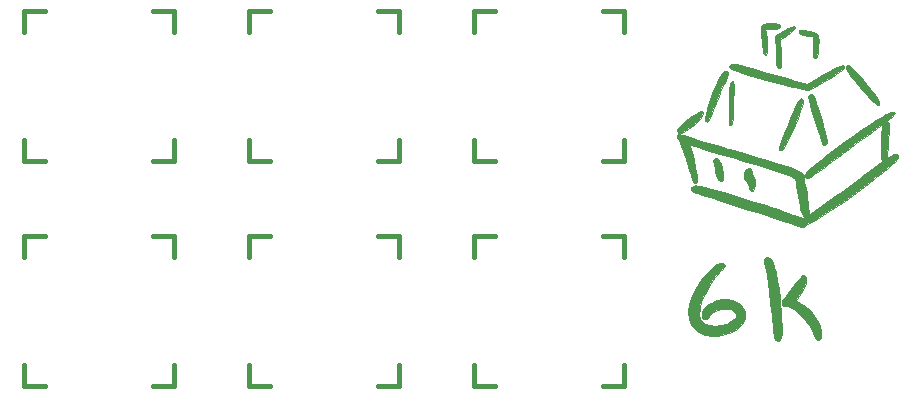
<source format=gto>
%TF.GenerationSoftware,KiCad,Pcbnew,(5.1.6)-1*%
%TF.CreationDate,2020-07-25T03:11:20-04:00*%
%TF.ProjectId,myfirstKeyboard,6d796669-7273-4744-9b65-79626f617264,rev?*%
%TF.SameCoordinates,Original*%
%TF.FileFunction,Legend,Top*%
%TF.FilePolarity,Positive*%
%FSLAX46Y46*%
G04 Gerber Fmt 4.6, Leading zero omitted, Abs format (unit mm)*
G04 Created by KiCad (PCBNEW (5.1.6)-1) date 2020-07-25 03:11:20*
%MOMM*%
%LPD*%
G01*
G04 APERTURE LIST*
%ADD10C,0.010000*%
%ADD11C,0.381000*%
%ADD12C,0.150000*%
G04 APERTURE END LIST*
D10*
%TO.C,*%
G36*
X145479335Y-111323606D02*
G01*
X145571515Y-111517292D01*
X145570167Y-111801360D01*
X145544053Y-111921708D01*
X145460335Y-112134184D01*
X145315034Y-112416890D01*
X145135916Y-112724286D01*
X144950748Y-113010835D01*
X144787296Y-113230997D01*
X144682944Y-113333990D01*
X144705347Y-113393539D01*
X144850395Y-113493934D01*
X145028112Y-113585349D01*
X145503627Y-113881410D01*
X145953515Y-114299159D01*
X146346611Y-114797240D01*
X146651750Y-115334297D01*
X146837769Y-115868975D01*
X146865871Y-116024069D01*
X146871290Y-116330059D01*
X146809936Y-116572081D01*
X146700777Y-116723972D01*
X146562783Y-116759566D01*
X146414923Y-116652699D01*
X146412435Y-116649500D01*
X146333641Y-116509688D01*
X146230188Y-116280587D01*
X146186387Y-116172086D01*
X145872718Y-115565679D01*
X145397008Y-114939102D01*
X144764433Y-114298849D01*
X144526000Y-114088961D01*
X144248231Y-113903478D01*
X143959694Y-113837165D01*
X143891000Y-113835243D01*
X143670300Y-113821744D01*
X143566527Y-113761702D01*
X143527922Y-113623411D01*
X143526554Y-113611978D01*
X143554596Y-113417663D01*
X143692854Y-113179949D01*
X143840612Y-112996973D01*
X144047341Y-112746040D01*
X144306592Y-112414278D01*
X144573577Y-112059438D01*
X144669480Y-111928160D01*
X144910353Y-111615307D01*
X145116455Y-111386029D01*
X145264775Y-111264806D01*
X145304943Y-111252000D01*
X145479335Y-111323606D01*
G37*
X145479335Y-111323606D02*
X145571515Y-111517292D01*
X145570167Y-111801360D01*
X145544053Y-111921708D01*
X145460335Y-112134184D01*
X145315034Y-112416890D01*
X145135916Y-112724286D01*
X144950748Y-113010835D01*
X144787296Y-113230997D01*
X144682944Y-113333990D01*
X144705347Y-113393539D01*
X144850395Y-113493934D01*
X145028112Y-113585349D01*
X145503627Y-113881410D01*
X145953515Y-114299159D01*
X146346611Y-114797240D01*
X146651750Y-115334297D01*
X146837769Y-115868975D01*
X146865871Y-116024069D01*
X146871290Y-116330059D01*
X146809936Y-116572081D01*
X146700777Y-116723972D01*
X146562783Y-116759566D01*
X146414923Y-116652699D01*
X146412435Y-116649500D01*
X146333641Y-116509688D01*
X146230188Y-116280587D01*
X146186387Y-116172086D01*
X145872718Y-115565679D01*
X145397008Y-114939102D01*
X144764433Y-114298849D01*
X144526000Y-114088961D01*
X144248231Y-113903478D01*
X143959694Y-113837165D01*
X143891000Y-113835243D01*
X143670300Y-113821744D01*
X143566527Y-113761702D01*
X143527922Y-113623411D01*
X143526554Y-113611978D01*
X143554596Y-113417663D01*
X143692854Y-113179949D01*
X143840612Y-112996973D01*
X144047341Y-112746040D01*
X144306592Y-112414278D01*
X144573577Y-112059438D01*
X144669480Y-111928160D01*
X144910353Y-111615307D01*
X145116455Y-111386029D01*
X145264775Y-111264806D01*
X145304943Y-111252000D01*
X145479335Y-111323606D01*
G36*
X138663962Y-110264343D02*
G01*
X138723780Y-110344828D01*
X138717857Y-110434609D01*
X138629507Y-110567553D01*
X138442045Y-110777527D01*
X138376989Y-110846820D01*
X137907221Y-111401826D01*
X137472712Y-112022368D01*
X137095817Y-112668847D01*
X136798891Y-113301662D01*
X136604287Y-113881214D01*
X136566239Y-114054528D01*
X136524046Y-114545358D01*
X136603299Y-114926034D01*
X136808365Y-115208737D01*
X137033000Y-115356796D01*
X137433968Y-115482873D01*
X137904233Y-115518964D01*
X138396058Y-115472696D01*
X138861707Y-115351697D01*
X139253444Y-115163594D01*
X139485833Y-114964863D01*
X139644661Y-114754677D01*
X139684245Y-114605495D01*
X139605705Y-114459209D01*
X139497792Y-114344095D01*
X139193546Y-114150998D01*
X138812379Y-114068932D01*
X138397523Y-114089608D01*
X137992212Y-114204741D01*
X137639678Y-114406041D01*
X137383154Y-114685222D01*
X137343508Y-114757063D01*
X137196838Y-114923089D01*
X137012702Y-114975478D01*
X136846244Y-114916203D01*
X136752604Y-114747232D01*
X136750816Y-114735888D01*
X136779753Y-114366596D01*
X136964343Y-114023347D01*
X137291197Y-113722288D01*
X137746923Y-113479572D01*
X137814133Y-113453446D01*
X138415772Y-113302621D01*
X138996392Y-113299795D01*
X139530378Y-113441924D01*
X139973105Y-113710058D01*
X140276211Y-114044116D01*
X140426261Y-114403643D01*
X140434590Y-114773495D01*
X140312533Y-115138528D01*
X140071427Y-115483601D01*
X139722606Y-115793570D01*
X139277406Y-116053291D01*
X138747162Y-116247622D01*
X138143209Y-116361419D01*
X137977668Y-116375804D01*
X137524810Y-116380370D01*
X137122284Y-116337745D01*
X136985484Y-116306542D01*
X136457499Y-116083250D01*
X136054944Y-115746690D01*
X135774124Y-115292942D01*
X135643078Y-114881919D01*
X135604530Y-114374363D01*
X135686117Y-113792812D01*
X135873926Y-113166736D01*
X136154047Y-112525606D01*
X136512566Y-111898892D01*
X136935573Y-111316066D01*
X137409154Y-110806598D01*
X137675340Y-110576842D01*
X138041122Y-110316984D01*
X138322260Y-110187784D01*
X138535191Y-110184046D01*
X138663962Y-110264343D01*
G37*
X138663962Y-110264343D02*
X138723780Y-110344828D01*
X138717857Y-110434609D01*
X138629507Y-110567553D01*
X138442045Y-110777527D01*
X138376989Y-110846820D01*
X137907221Y-111401826D01*
X137472712Y-112022368D01*
X137095817Y-112668847D01*
X136798891Y-113301662D01*
X136604287Y-113881214D01*
X136566239Y-114054528D01*
X136524046Y-114545358D01*
X136603299Y-114926034D01*
X136808365Y-115208737D01*
X137033000Y-115356796D01*
X137433968Y-115482873D01*
X137904233Y-115518964D01*
X138396058Y-115472696D01*
X138861707Y-115351697D01*
X139253444Y-115163594D01*
X139485833Y-114964863D01*
X139644661Y-114754677D01*
X139684245Y-114605495D01*
X139605705Y-114459209D01*
X139497792Y-114344095D01*
X139193546Y-114150998D01*
X138812379Y-114068932D01*
X138397523Y-114089608D01*
X137992212Y-114204741D01*
X137639678Y-114406041D01*
X137383154Y-114685222D01*
X137343508Y-114757063D01*
X137196838Y-114923089D01*
X137012702Y-114975478D01*
X136846244Y-114916203D01*
X136752604Y-114747232D01*
X136750816Y-114735888D01*
X136779753Y-114366596D01*
X136964343Y-114023347D01*
X137291197Y-113722288D01*
X137746923Y-113479572D01*
X137814133Y-113453446D01*
X138415772Y-113302621D01*
X138996392Y-113299795D01*
X139530378Y-113441924D01*
X139973105Y-113710058D01*
X140276211Y-114044116D01*
X140426261Y-114403643D01*
X140434590Y-114773495D01*
X140312533Y-115138528D01*
X140071427Y-115483601D01*
X139722606Y-115793570D01*
X139277406Y-116053291D01*
X138747162Y-116247622D01*
X138143209Y-116361419D01*
X137977668Y-116375804D01*
X137524810Y-116380370D01*
X137122284Y-116337745D01*
X136985484Y-116306542D01*
X136457499Y-116083250D01*
X136054944Y-115746690D01*
X135774124Y-115292942D01*
X135643078Y-114881919D01*
X135604530Y-114374363D01*
X135686117Y-113792812D01*
X135873926Y-113166736D01*
X136154047Y-112525606D01*
X136512566Y-111898892D01*
X136935573Y-111316066D01*
X137409154Y-110806598D01*
X137675340Y-110576842D01*
X138041122Y-110316984D01*
X138322260Y-110187784D01*
X138535191Y-110184046D01*
X138663962Y-110264343D01*
G36*
X142456025Y-109771494D02*
G01*
X142603547Y-109910032D01*
X142739345Y-110155693D01*
X142867563Y-110520559D01*
X142992343Y-111016708D01*
X143117827Y-111656222D01*
X143248160Y-112451180D01*
X143265338Y-112564333D01*
X143330047Y-113066116D01*
X143391056Y-113669042D01*
X143442349Y-114304936D01*
X143477912Y-114905623D01*
X143483406Y-115036122D01*
X143501325Y-115560413D01*
X143507987Y-115943729D01*
X143501810Y-116214151D01*
X143481210Y-116399761D01*
X143444602Y-116528640D01*
X143393872Y-116623622D01*
X143260735Y-116793392D01*
X143147906Y-116829460D01*
X143038157Y-116775203D01*
X142979097Y-116720989D01*
X142929464Y-116633172D01*
X142885308Y-116490282D01*
X142842677Y-116270849D01*
X142797622Y-115953401D01*
X142746191Y-115516468D01*
X142684434Y-114938579D01*
X142664108Y-114742323D01*
X142546133Y-113632673D01*
X142437733Y-112685872D01*
X142338100Y-111895750D01*
X142246425Y-111256142D01*
X142161903Y-110760879D01*
X142110430Y-110513503D01*
X142040797Y-110140055D01*
X142041047Y-109900088D01*
X142116532Y-109770530D01*
X142272604Y-109728307D01*
X142292636Y-109728000D01*
X142456025Y-109771494D01*
G37*
X142456025Y-109771494D02*
X142603547Y-109910032D01*
X142739345Y-110155693D01*
X142867563Y-110520559D01*
X142992343Y-111016708D01*
X143117827Y-111656222D01*
X143248160Y-112451180D01*
X143265338Y-112564333D01*
X143330047Y-113066116D01*
X143391056Y-113669042D01*
X143442349Y-114304936D01*
X143477912Y-114905623D01*
X143483406Y-115036122D01*
X143501325Y-115560413D01*
X143507987Y-115943729D01*
X143501810Y-116214151D01*
X143481210Y-116399761D01*
X143444602Y-116528640D01*
X143393872Y-116623622D01*
X143260735Y-116793392D01*
X143147906Y-116829460D01*
X143038157Y-116775203D01*
X142979097Y-116720989D01*
X142929464Y-116633172D01*
X142885308Y-116490282D01*
X142842677Y-116270849D01*
X142797622Y-115953401D01*
X142746191Y-115516468D01*
X142684434Y-114938579D01*
X142664108Y-114742323D01*
X142546133Y-113632673D01*
X142437733Y-112685872D01*
X142338100Y-111895750D01*
X142246425Y-111256142D01*
X142161903Y-110760879D01*
X142110430Y-110513503D01*
X142040797Y-110140055D01*
X142041047Y-109900088D01*
X142116532Y-109770530D01*
X142272604Y-109728307D01*
X142292636Y-109728000D01*
X142456025Y-109771494D01*
G36*
X153079909Y-97484802D02*
G01*
X153038163Y-97637069D01*
X152847509Y-97848445D01*
X152686306Y-97975239D01*
X152464822Y-98151837D01*
X152394861Y-98255146D01*
X152428328Y-98282275D01*
X152562921Y-98377321D01*
X152611996Y-98468373D01*
X152618714Y-98596197D01*
X152609010Y-98854935D01*
X152586163Y-99208919D01*
X152553449Y-99622480D01*
X152514147Y-100059950D01*
X152471533Y-100485660D01*
X152428885Y-100863941D01*
X152389480Y-101159126D01*
X152356596Y-101335544D01*
X152345822Y-101365163D01*
X152388548Y-101359309D01*
X152539483Y-101279801D01*
X152732485Y-101164356D01*
X152985553Y-101017892D01*
X153144859Y-100960812D01*
X153252301Y-100981162D01*
X153287423Y-101006024D01*
X153387139Y-101120799D01*
X153392749Y-101246605D01*
X153292318Y-101411179D01*
X153073907Y-101642258D01*
X152971500Y-101740104D01*
X152589494Y-102080824D01*
X152102376Y-102485523D01*
X151531496Y-102938812D01*
X150898201Y-103425302D01*
X150223840Y-103929604D01*
X149529762Y-104436329D01*
X148837315Y-104930087D01*
X148167849Y-105395489D01*
X147542711Y-105817147D01*
X146983251Y-106179671D01*
X146510818Y-106467672D01*
X146146758Y-106665761D01*
X146121299Y-106678052D01*
X145842283Y-106822578D01*
X145611124Y-106962717D01*
X145501418Y-107047152D01*
X145409244Y-107128811D01*
X145312630Y-107167809D01*
X145176601Y-107160021D01*
X144966181Y-107101322D01*
X144646391Y-106987586D01*
X144483666Y-106927119D01*
X144257902Y-106847614D01*
X143891463Y-106724312D01*
X143405299Y-106563919D01*
X142820359Y-106373146D01*
X142157594Y-106158699D01*
X141437955Y-105927288D01*
X140682392Y-105685619D01*
X139911854Y-105440403D01*
X139147292Y-105198346D01*
X138409657Y-104966157D01*
X137719898Y-104750545D01*
X137098966Y-104558217D01*
X136779564Y-104460269D01*
X136324566Y-104311822D01*
X136019969Y-104184930D01*
X135850313Y-104067024D01*
X135800142Y-103945536D01*
X135853995Y-103807897D01*
X135900892Y-103745875D01*
X136039555Y-103659435D01*
X136273202Y-103652406D01*
X136352383Y-103662057D01*
X136627052Y-103715446D01*
X137039825Y-103815283D01*
X137568061Y-103954775D01*
X138189116Y-104127131D01*
X138880349Y-104325558D01*
X139619117Y-104543266D01*
X140382779Y-104773463D01*
X141148691Y-105009357D01*
X141894213Y-105244156D01*
X142596701Y-105471070D01*
X143233514Y-105683305D01*
X143782009Y-105874071D01*
X144037382Y-105967212D01*
X144446338Y-106117369D01*
X144814486Y-106248317D01*
X145104084Y-106346917D01*
X145277389Y-106400029D01*
X145288000Y-106402591D01*
X145433580Y-106427212D01*
X145434744Y-106379642D01*
X145362204Y-106290150D01*
X145242139Y-106098893D01*
X145135226Y-105849795D01*
X145128270Y-105828727D01*
X145085708Y-105653458D01*
X145025453Y-105350714D01*
X144954247Y-104960580D01*
X144878827Y-104523141D01*
X144805934Y-104078484D01*
X144742307Y-103666695D01*
X144694686Y-103327859D01*
X144669810Y-103102063D01*
X144669786Y-103101734D01*
X144637407Y-103047347D01*
X144540671Y-102979921D01*
X144369608Y-102896076D01*
X144114243Y-102792429D01*
X143764607Y-102665598D01*
X143310727Y-102512200D01*
X142742630Y-102328853D01*
X142050345Y-102112176D01*
X141223901Y-101858786D01*
X140253324Y-101565301D01*
X139276666Y-101272555D01*
X138596796Y-101068794D01*
X137954228Y-100875077D01*
X137370630Y-100698021D01*
X136867669Y-100544245D01*
X136467013Y-100420367D01*
X136190330Y-100333005D01*
X136075417Y-100294790D01*
X135854813Y-100220685D01*
X135755769Y-100209067D01*
X135741753Y-100261758D01*
X135754610Y-100310795D01*
X135904869Y-100849138D01*
X136059374Y-101470628D01*
X136197876Y-102090859D01*
X136273348Y-102472987D01*
X136337522Y-102858283D01*
X136361493Y-103112167D01*
X136346606Y-103267384D01*
X136309055Y-103340820D01*
X136227202Y-103425802D01*
X136153107Y-103458568D01*
X136079681Y-103424296D01*
X135999836Y-103308164D01*
X135906482Y-103095350D01*
X135792530Y-102771030D01*
X135650891Y-102320384D01*
X135474477Y-101728587D01*
X135374278Y-101386315D01*
X135180894Y-100746608D01*
X135020266Y-100266318D01*
X134890082Y-99939203D01*
X134788031Y-99759018D01*
X134761739Y-99732014D01*
X134650107Y-99571069D01*
X134662566Y-99414813D01*
X134786842Y-99321264D01*
X134850176Y-99314042D01*
X135009527Y-99343109D01*
X135261258Y-99417980D01*
X135461655Y-99489169D01*
X135645974Y-99551798D01*
X135972152Y-99654609D01*
X136419217Y-99791311D01*
X136966199Y-99955610D01*
X137592124Y-100141214D01*
X138276022Y-100341829D01*
X138996922Y-100551164D01*
X139102322Y-100581592D01*
X140305452Y-100930660D01*
X141353978Y-101239286D01*
X142256998Y-101510328D01*
X143023612Y-101746641D01*
X143662919Y-101951083D01*
X144184018Y-102126512D01*
X144596007Y-102275783D01*
X144907988Y-102401754D01*
X144929811Y-102411313D01*
X145186175Y-102535066D01*
X145319493Y-102639236D01*
X145366559Y-102760140D01*
X145369071Y-102844901D01*
X145386184Y-103055890D01*
X145437564Y-103354323D01*
X145491027Y-103589666D01*
X145552305Y-103882788D01*
X145619512Y-104287389D01*
X145683816Y-104746261D01*
X145729100Y-105131556D01*
X145838333Y-106165445D01*
X147447000Y-104987996D01*
X148032600Y-104559473D01*
X148693020Y-104076369D01*
X149375433Y-103577315D01*
X150027014Y-103100943D01*
X150594939Y-102685884D01*
X150596265Y-102684916D01*
X151128005Y-102292117D01*
X151528042Y-101986321D01*
X151805221Y-101760079D01*
X151968383Y-101605946D01*
X152026374Y-101516474D01*
X152014431Y-101490768D01*
X151960776Y-101425624D01*
X151925279Y-101284104D01*
X151905198Y-101040215D01*
X151897790Y-100667964D01*
X151898180Y-100389292D01*
X151905954Y-99937860D01*
X151922319Y-99502075D01*
X151944762Y-99135639D01*
X151967057Y-98916595D01*
X151993871Y-98646442D01*
X151974047Y-98530275D01*
X151939710Y-98530627D01*
X151803124Y-98621974D01*
X151551023Y-98800015D01*
X151203467Y-99049991D01*
X150780518Y-99357143D01*
X150302235Y-99706710D01*
X149788679Y-100083934D01*
X149259912Y-100474054D01*
X148735993Y-100862312D01*
X148236983Y-101233947D01*
X147782944Y-101574200D01*
X147393935Y-101868312D01*
X147162319Y-102045574D01*
X146649183Y-102434716D01*
X146250179Y-102719727D01*
X145951181Y-102907037D01*
X145738064Y-103003078D01*
X145596703Y-103014279D01*
X145512972Y-102947073D01*
X145473644Y-102814384D01*
X145493062Y-102708444D01*
X145589437Y-102566628D01*
X145779694Y-102370400D01*
X146080752Y-102101225D01*
X146276889Y-101934525D01*
X146824182Y-101486574D01*
X147445037Y-100999248D01*
X148117055Y-100488461D01*
X148817840Y-99970127D01*
X149524994Y-99460162D01*
X150216121Y-98974478D01*
X150868823Y-98528990D01*
X151460703Y-98139612D01*
X151969363Y-97822259D01*
X152372406Y-97592845D01*
X152426813Y-97564745D01*
X152762723Y-97430430D01*
X152984259Y-97409853D01*
X153079909Y-97484802D01*
G37*
X153079909Y-97484802D02*
X153038163Y-97637069D01*
X152847509Y-97848445D01*
X152686306Y-97975239D01*
X152464822Y-98151837D01*
X152394861Y-98255146D01*
X152428328Y-98282275D01*
X152562921Y-98377321D01*
X152611996Y-98468373D01*
X152618714Y-98596197D01*
X152609010Y-98854935D01*
X152586163Y-99208919D01*
X152553449Y-99622480D01*
X152514147Y-100059950D01*
X152471533Y-100485660D01*
X152428885Y-100863941D01*
X152389480Y-101159126D01*
X152356596Y-101335544D01*
X152345822Y-101365163D01*
X152388548Y-101359309D01*
X152539483Y-101279801D01*
X152732485Y-101164356D01*
X152985553Y-101017892D01*
X153144859Y-100960812D01*
X153252301Y-100981162D01*
X153287423Y-101006024D01*
X153387139Y-101120799D01*
X153392749Y-101246605D01*
X153292318Y-101411179D01*
X153073907Y-101642258D01*
X152971500Y-101740104D01*
X152589494Y-102080824D01*
X152102376Y-102485523D01*
X151531496Y-102938812D01*
X150898201Y-103425302D01*
X150223840Y-103929604D01*
X149529762Y-104436329D01*
X148837315Y-104930087D01*
X148167849Y-105395489D01*
X147542711Y-105817147D01*
X146983251Y-106179671D01*
X146510818Y-106467672D01*
X146146758Y-106665761D01*
X146121299Y-106678052D01*
X145842283Y-106822578D01*
X145611124Y-106962717D01*
X145501418Y-107047152D01*
X145409244Y-107128811D01*
X145312630Y-107167809D01*
X145176601Y-107160021D01*
X144966181Y-107101322D01*
X144646391Y-106987586D01*
X144483666Y-106927119D01*
X144257902Y-106847614D01*
X143891463Y-106724312D01*
X143405299Y-106563919D01*
X142820359Y-106373146D01*
X142157594Y-106158699D01*
X141437955Y-105927288D01*
X140682392Y-105685619D01*
X139911854Y-105440403D01*
X139147292Y-105198346D01*
X138409657Y-104966157D01*
X137719898Y-104750545D01*
X137098966Y-104558217D01*
X136779564Y-104460269D01*
X136324566Y-104311822D01*
X136019969Y-104184930D01*
X135850313Y-104067024D01*
X135800142Y-103945536D01*
X135853995Y-103807897D01*
X135900892Y-103745875D01*
X136039555Y-103659435D01*
X136273202Y-103652406D01*
X136352383Y-103662057D01*
X136627052Y-103715446D01*
X137039825Y-103815283D01*
X137568061Y-103954775D01*
X138189116Y-104127131D01*
X138880349Y-104325558D01*
X139619117Y-104543266D01*
X140382779Y-104773463D01*
X141148691Y-105009357D01*
X141894213Y-105244156D01*
X142596701Y-105471070D01*
X143233514Y-105683305D01*
X143782009Y-105874071D01*
X144037382Y-105967212D01*
X144446338Y-106117369D01*
X144814486Y-106248317D01*
X145104084Y-106346917D01*
X145277389Y-106400029D01*
X145288000Y-106402591D01*
X145433580Y-106427212D01*
X145434744Y-106379642D01*
X145362204Y-106290150D01*
X145242139Y-106098893D01*
X145135226Y-105849795D01*
X145128270Y-105828727D01*
X145085708Y-105653458D01*
X145025453Y-105350714D01*
X144954247Y-104960580D01*
X144878827Y-104523141D01*
X144805934Y-104078484D01*
X144742307Y-103666695D01*
X144694686Y-103327859D01*
X144669810Y-103102063D01*
X144669786Y-103101734D01*
X144637407Y-103047347D01*
X144540671Y-102979921D01*
X144369608Y-102896076D01*
X144114243Y-102792429D01*
X143764607Y-102665598D01*
X143310727Y-102512200D01*
X142742630Y-102328853D01*
X142050345Y-102112176D01*
X141223901Y-101858786D01*
X140253324Y-101565301D01*
X139276666Y-101272555D01*
X138596796Y-101068794D01*
X137954228Y-100875077D01*
X137370630Y-100698021D01*
X136867669Y-100544245D01*
X136467013Y-100420367D01*
X136190330Y-100333005D01*
X136075417Y-100294790D01*
X135854813Y-100220685D01*
X135755769Y-100209067D01*
X135741753Y-100261758D01*
X135754610Y-100310795D01*
X135904869Y-100849138D01*
X136059374Y-101470628D01*
X136197876Y-102090859D01*
X136273348Y-102472987D01*
X136337522Y-102858283D01*
X136361493Y-103112167D01*
X136346606Y-103267384D01*
X136309055Y-103340820D01*
X136227202Y-103425802D01*
X136153107Y-103458568D01*
X136079681Y-103424296D01*
X135999836Y-103308164D01*
X135906482Y-103095350D01*
X135792530Y-102771030D01*
X135650891Y-102320384D01*
X135474477Y-101728587D01*
X135374278Y-101386315D01*
X135180894Y-100746608D01*
X135020266Y-100266318D01*
X134890082Y-99939203D01*
X134788031Y-99759018D01*
X134761739Y-99732014D01*
X134650107Y-99571069D01*
X134662566Y-99414813D01*
X134786842Y-99321264D01*
X134850176Y-99314042D01*
X135009527Y-99343109D01*
X135261258Y-99417980D01*
X135461655Y-99489169D01*
X135645974Y-99551798D01*
X135972152Y-99654609D01*
X136419217Y-99791311D01*
X136966199Y-99955610D01*
X137592124Y-100141214D01*
X138276022Y-100341829D01*
X138996922Y-100551164D01*
X139102322Y-100581592D01*
X140305452Y-100930660D01*
X141353978Y-101239286D01*
X142256998Y-101510328D01*
X143023612Y-101746641D01*
X143662919Y-101951083D01*
X144184018Y-102126512D01*
X144596007Y-102275783D01*
X144907988Y-102401754D01*
X144929811Y-102411313D01*
X145186175Y-102535066D01*
X145319493Y-102639236D01*
X145366559Y-102760140D01*
X145369071Y-102844901D01*
X145386184Y-103055890D01*
X145437564Y-103354323D01*
X145491027Y-103589666D01*
X145552305Y-103882788D01*
X145619512Y-104287389D01*
X145683816Y-104746261D01*
X145729100Y-105131556D01*
X145838333Y-106165445D01*
X147447000Y-104987996D01*
X148032600Y-104559473D01*
X148693020Y-104076369D01*
X149375433Y-103577315D01*
X150027014Y-103100943D01*
X150594939Y-102685884D01*
X150596265Y-102684916D01*
X151128005Y-102292117D01*
X151528042Y-101986321D01*
X151805221Y-101760079D01*
X151968383Y-101605946D01*
X152026374Y-101516474D01*
X152014431Y-101490768D01*
X151960776Y-101425624D01*
X151925279Y-101284104D01*
X151905198Y-101040215D01*
X151897790Y-100667964D01*
X151898180Y-100389292D01*
X151905954Y-99937860D01*
X151922319Y-99502075D01*
X151944762Y-99135639D01*
X151967057Y-98916595D01*
X151993871Y-98646442D01*
X151974047Y-98530275D01*
X151939710Y-98530627D01*
X151803124Y-98621974D01*
X151551023Y-98800015D01*
X151203467Y-99049991D01*
X150780518Y-99357143D01*
X150302235Y-99706710D01*
X149788679Y-100083934D01*
X149259912Y-100474054D01*
X148735993Y-100862312D01*
X148236983Y-101233947D01*
X147782944Y-101574200D01*
X147393935Y-101868312D01*
X147162319Y-102045574D01*
X146649183Y-102434716D01*
X146250179Y-102719727D01*
X145951181Y-102907037D01*
X145738064Y-103003078D01*
X145596703Y-103014279D01*
X145512972Y-102947073D01*
X145473644Y-102814384D01*
X145493062Y-102708444D01*
X145589437Y-102566628D01*
X145779694Y-102370400D01*
X146080752Y-102101225D01*
X146276889Y-101934525D01*
X146824182Y-101486574D01*
X147445037Y-100999248D01*
X148117055Y-100488461D01*
X148817840Y-99970127D01*
X149524994Y-99460162D01*
X150216121Y-98974478D01*
X150868823Y-98528990D01*
X151460703Y-98139612D01*
X151969363Y-97822259D01*
X152372406Y-97592845D01*
X152426813Y-97564745D01*
X152762723Y-97430430D01*
X152984259Y-97409853D01*
X153079909Y-97484802D01*
G36*
X140910757Y-102292387D02*
G01*
X140970000Y-102489771D01*
X141020179Y-102708073D01*
X141141782Y-102939641D01*
X141150071Y-102951083D01*
X141270972Y-103167754D01*
X141287842Y-103397098D01*
X141269556Y-103517595D01*
X141177896Y-103881394D01*
X141068497Y-104080475D01*
X140937874Y-104118852D01*
X140817600Y-104038400D01*
X140738095Y-103878788D01*
X140716000Y-103725532D01*
X140658802Y-103525301D01*
X140518439Y-103309569D01*
X140491616Y-103280059D01*
X140351584Y-103111469D01*
X140306129Y-102956507D01*
X140334641Y-102733322D01*
X140343449Y-102691569D01*
X140421606Y-102450417D01*
X140524005Y-102279486D01*
X140556325Y-102251501D01*
X140756806Y-102201176D01*
X140910757Y-102292387D01*
G37*
X140910757Y-102292387D02*
X140970000Y-102489771D01*
X141020179Y-102708073D01*
X141141782Y-102939641D01*
X141150071Y-102951083D01*
X141270972Y-103167754D01*
X141287842Y-103397098D01*
X141269556Y-103517595D01*
X141177896Y-103881394D01*
X141068497Y-104080475D01*
X140937874Y-104118852D01*
X140817600Y-104038400D01*
X140738095Y-103878788D01*
X140716000Y-103725532D01*
X140658802Y-103525301D01*
X140518439Y-103309569D01*
X140491616Y-103280059D01*
X140351584Y-103111469D01*
X140306129Y-102956507D01*
X140334641Y-102733322D01*
X140343449Y-102691569D01*
X140421606Y-102450417D01*
X140524005Y-102279486D01*
X140556325Y-102251501D01*
X140756806Y-102201176D01*
X140910757Y-102292387D01*
G36*
X138099171Y-101377425D02*
G01*
X138260057Y-101630405D01*
X138330974Y-101796759D01*
X138458752Y-102192890D01*
X138531558Y-102558950D01*
X138552248Y-102872709D01*
X138523679Y-103111936D01*
X138448710Y-103254399D01*
X138330196Y-103277869D01*
X138170996Y-103160113D01*
X138157668Y-103145166D01*
X137923683Y-102782788D01*
X137849173Y-102421725D01*
X137850828Y-102385839D01*
X137834328Y-102147905D01*
X137772260Y-101868331D01*
X137758271Y-101824129D01*
X137696185Y-101598432D01*
X137706569Y-101463604D01*
X137770529Y-101376518D01*
X137936240Y-101292980D01*
X138099171Y-101377425D01*
G37*
X138099171Y-101377425D02*
X138260057Y-101630405D01*
X138330974Y-101796759D01*
X138458752Y-102192890D01*
X138531558Y-102558950D01*
X138552248Y-102872709D01*
X138523679Y-103111936D01*
X138448710Y-103254399D01*
X138330196Y-103277869D01*
X138170996Y-103160113D01*
X138157668Y-103145166D01*
X137923683Y-102782788D01*
X137849173Y-102421725D01*
X137850828Y-102385839D01*
X137834328Y-102147905D01*
X137772260Y-101868331D01*
X137758271Y-101824129D01*
X137696185Y-101598432D01*
X137706569Y-101463604D01*
X137770529Y-101376518D01*
X137936240Y-101292980D01*
X138099171Y-101377425D01*
G36*
X136849749Y-97412176D02*
G01*
X136874688Y-97541456D01*
X136775109Y-97743631D01*
X136558962Y-98007826D01*
X136234194Y-98323167D01*
X135808754Y-98678780D01*
X135636000Y-98811908D01*
X135287320Y-99058732D01*
X135036947Y-99193362D01*
X134864374Y-99224258D01*
X134761111Y-99172888D01*
X134688530Y-98994118D01*
X134768814Y-98767304D01*
X134996337Y-98504028D01*
X135149166Y-98373651D01*
X135558296Y-98060851D01*
X135942965Y-97786659D01*
X136276960Y-97568180D01*
X136534065Y-97422520D01*
X136688067Y-97366786D01*
X136692344Y-97366666D01*
X136849749Y-97412176D01*
G37*
X136849749Y-97412176D02*
X136874688Y-97541456D01*
X136775109Y-97743631D01*
X136558962Y-98007826D01*
X136234194Y-98323167D01*
X135808754Y-98678780D01*
X135636000Y-98811908D01*
X135287320Y-99058732D01*
X135036947Y-99193362D01*
X134864374Y-99224258D01*
X134761111Y-99172888D01*
X134688530Y-98994118D01*
X134768814Y-98767304D01*
X134996337Y-98504028D01*
X135149166Y-98373651D01*
X135558296Y-98060851D01*
X135942965Y-97786659D01*
X136276960Y-97568180D01*
X136534065Y-97422520D01*
X136688067Y-97366786D01*
X136692344Y-97366666D01*
X136849749Y-97412176D01*
G36*
X142915779Y-89935472D02*
G01*
X143195614Y-89989434D01*
X143327330Y-90081297D01*
X143340666Y-90134562D01*
X143261406Y-90279480D01*
X143035680Y-90377592D01*
X142681572Y-90422064D01*
X142574810Y-90424000D01*
X142136488Y-90424000D01*
X142183622Y-90699166D01*
X142246671Y-91140141D01*
X142288615Y-91582603D01*
X142306482Y-91977544D01*
X142297301Y-92275956D01*
X142284441Y-92361734D01*
X142198961Y-92566999D01*
X142089777Y-92613921D01*
X141990102Y-92503636D01*
X141946483Y-92350166D01*
X141911271Y-92110495D01*
X141868975Y-91772972D01*
X141824882Y-91386650D01*
X141784279Y-91000581D01*
X141752452Y-90663819D01*
X141734689Y-90425416D01*
X141732694Y-90366547D01*
X141790242Y-90134983D01*
X141973080Y-89989662D01*
X142293365Y-89923262D01*
X142478880Y-89917156D01*
X142915779Y-89935472D01*
G37*
X142915779Y-89935472D02*
X143195614Y-89989434D01*
X143327330Y-90081297D01*
X143340666Y-90134562D01*
X143261406Y-90279480D01*
X143035680Y-90377592D01*
X142681572Y-90422064D01*
X142574810Y-90424000D01*
X142136488Y-90424000D01*
X142183622Y-90699166D01*
X142246671Y-91140141D01*
X142288615Y-91582603D01*
X142306482Y-91977544D01*
X142297301Y-92275956D01*
X142284441Y-92361734D01*
X142198961Y-92566999D01*
X142089777Y-92613921D01*
X141990102Y-92503636D01*
X141946483Y-92350166D01*
X141911271Y-92110495D01*
X141868975Y-91772972D01*
X141824882Y-91386650D01*
X141784279Y-91000581D01*
X141752452Y-90663819D01*
X141734689Y-90425416D01*
X141732694Y-90366547D01*
X141790242Y-90134983D01*
X141973080Y-89989662D01*
X142293365Y-89923262D01*
X142478880Y-89917156D01*
X142915779Y-89935472D01*
G36*
X145407368Y-90470370D02*
G01*
X145800168Y-90552021D01*
X146171274Y-90650727D01*
X146417290Y-90753512D01*
X146561169Y-90894818D01*
X146625868Y-91109084D01*
X146634340Y-91430754D01*
X146616753Y-91777218D01*
X146589577Y-92145194D01*
X146557644Y-92459893D01*
X146526020Y-92675378D01*
X146511320Y-92733129D01*
X146401681Y-92861671D01*
X146267143Y-92852114D01*
X146186058Y-92745408D01*
X146163372Y-92604870D01*
X146145805Y-92341073D01*
X146135925Y-92000072D01*
X146134666Y-91823688D01*
X146134666Y-91035893D01*
X145740236Y-90976744D01*
X145323395Y-90894727D01*
X145065091Y-90795525D01*
X144955006Y-90674684D01*
X144949333Y-90635104D01*
X144994198Y-90508711D01*
X145140848Y-90454388D01*
X145407368Y-90470370D01*
G37*
X145407368Y-90470370D02*
X145800168Y-90552021D01*
X146171274Y-90650727D01*
X146417290Y-90753512D01*
X146561169Y-90894818D01*
X146625868Y-91109084D01*
X146634340Y-91430754D01*
X146616753Y-91777218D01*
X146589577Y-92145194D01*
X146557644Y-92459893D01*
X146526020Y-92675378D01*
X146511320Y-92733129D01*
X146401681Y-92861671D01*
X146267143Y-92852114D01*
X146186058Y-92745408D01*
X146163372Y-92604870D01*
X146145805Y-92341073D01*
X146135925Y-92000072D01*
X146134666Y-91823688D01*
X146134666Y-91035893D01*
X145740236Y-90976744D01*
X145323395Y-90894727D01*
X145065091Y-90795525D01*
X144955006Y-90674684D01*
X144949333Y-90635104D01*
X144994198Y-90508711D01*
X145140848Y-90454388D01*
X145407368Y-90470370D01*
G36*
X145180304Y-96281464D02*
G01*
X145309592Y-96378386D01*
X145357493Y-96500502D01*
X145333146Y-96660964D01*
X145239394Y-96957371D01*
X145082536Y-97374198D01*
X144868868Y-97895921D01*
X144604687Y-98507016D01*
X144296290Y-99191956D01*
X144053196Y-99716166D01*
X143856649Y-100125015D01*
X143709760Y-100401144D01*
X143596906Y-100568077D01*
X143502466Y-100649338D01*
X143420620Y-100668666D01*
X143296292Y-100647245D01*
X143265634Y-100549883D01*
X143287813Y-100403763D01*
X143343599Y-100216260D01*
X143457200Y-99902689D01*
X143616995Y-99491421D01*
X143811358Y-99010829D01*
X144028665Y-98489284D01*
X144257294Y-97955158D01*
X144485620Y-97436823D01*
X144664872Y-97042599D01*
X144845241Y-96668770D01*
X144980290Y-96431584D01*
X145084715Y-96309345D01*
X145173206Y-96280355D01*
X145180304Y-96281464D01*
G37*
X145180304Y-96281464D02*
X145309592Y-96378386D01*
X145357493Y-96500502D01*
X145333146Y-96660964D01*
X145239394Y-96957371D01*
X145082536Y-97374198D01*
X144868868Y-97895921D01*
X144604687Y-98507016D01*
X144296290Y-99191956D01*
X144053196Y-99716166D01*
X143856649Y-100125015D01*
X143709760Y-100401144D01*
X143596906Y-100568077D01*
X143502466Y-100649338D01*
X143420620Y-100668666D01*
X143296292Y-100647245D01*
X143265634Y-100549883D01*
X143287813Y-100403763D01*
X143343599Y-100216260D01*
X143457200Y-99902689D01*
X143616995Y-99491421D01*
X143811358Y-99010829D01*
X144028665Y-98489284D01*
X144257294Y-97955158D01*
X144485620Y-97436823D01*
X144664872Y-97042599D01*
X144845241Y-96668770D01*
X144980290Y-96431584D01*
X145084715Y-96309345D01*
X145173206Y-96280355D01*
X145180304Y-96281464D01*
G36*
X138831814Y-93949986D02*
G01*
X138909767Y-94000148D01*
X138946913Y-94073558D01*
X138938788Y-94197211D01*
X138877646Y-94397839D01*
X138755740Y-94702174D01*
X138608304Y-95040425D01*
X138405804Y-95511251D01*
X138177439Y-96065352D01*
X137954189Y-96626498D01*
X137800561Y-97028000D01*
X137613386Y-97518519D01*
X137468341Y-97867135D01*
X137354081Y-98092609D01*
X137259259Y-98213705D01*
X137172530Y-98249187D01*
X137082548Y-98217816D01*
X137081485Y-98217161D01*
X137018126Y-98150540D01*
X137003034Y-98030251D01*
X137035346Y-97812851D01*
X137070215Y-97648723D01*
X137185773Y-97203487D01*
X137343018Y-96704718D01*
X137530538Y-96178981D01*
X137736925Y-95652842D01*
X137950768Y-95152866D01*
X138160656Y-94705617D01*
X138355179Y-94337662D01*
X138522927Y-94075566D01*
X138652491Y-93945893D01*
X138662598Y-93941350D01*
X138831814Y-93949986D01*
G37*
X138831814Y-93949986D02*
X138909767Y-94000148D01*
X138946913Y-94073558D01*
X138938788Y-94197211D01*
X138877646Y-94397839D01*
X138755740Y-94702174D01*
X138608304Y-95040425D01*
X138405804Y-95511251D01*
X138177439Y-96065352D01*
X137954189Y-96626498D01*
X137800561Y-97028000D01*
X137613386Y-97518519D01*
X137468341Y-97867135D01*
X137354081Y-98092609D01*
X137259259Y-98213705D01*
X137172530Y-98249187D01*
X137082548Y-98217816D01*
X137081485Y-98217161D01*
X137018126Y-98150540D01*
X137003034Y-98030251D01*
X137035346Y-97812851D01*
X137070215Y-97648723D01*
X137185773Y-97203487D01*
X137343018Y-96704718D01*
X137530538Y-96178981D01*
X137736925Y-95652842D01*
X137950768Y-95152866D01*
X138160656Y-94705617D01*
X138355179Y-94337662D01*
X138522927Y-94075566D01*
X138652491Y-93945893D01*
X138662598Y-93941350D01*
X138831814Y-93949986D01*
G36*
X146045829Y-95944861D02*
G01*
X146188551Y-96046823D01*
X146206073Y-96075500D01*
X146305683Y-96306222D01*
X146432619Y-96659399D01*
X146577599Y-97102581D01*
X146731339Y-97603321D01*
X146884557Y-98129169D01*
X147027970Y-98647675D01*
X147152295Y-99126390D01*
X147248249Y-99532867D01*
X147306550Y-99834654D01*
X147320000Y-99969338D01*
X147297069Y-100166016D01*
X147211421Y-100240302D01*
X147156749Y-100245333D01*
X147036754Y-100194233D01*
X146921760Y-100023454D01*
X146821033Y-99784376D01*
X146716311Y-99485159D01*
X146579141Y-99059500D01*
X146406816Y-98498558D01*
X146196631Y-97793496D01*
X145945881Y-96935474D01*
X145890610Y-96744683D01*
X145813293Y-96440602D01*
X145769217Y-96191430D01*
X145767472Y-96049173D01*
X145768509Y-96046183D01*
X145880640Y-95942962D01*
X146045829Y-95944861D01*
G37*
X146045829Y-95944861D02*
X146188551Y-96046823D01*
X146206073Y-96075500D01*
X146305683Y-96306222D01*
X146432619Y-96659399D01*
X146577599Y-97102581D01*
X146731339Y-97603321D01*
X146884557Y-98129169D01*
X147027970Y-98647675D01*
X147152295Y-99126390D01*
X147248249Y-99532867D01*
X147306550Y-99834654D01*
X147320000Y-99969338D01*
X147297069Y-100166016D01*
X147211421Y-100240302D01*
X147156749Y-100245333D01*
X147036754Y-100194233D01*
X146921760Y-100023454D01*
X146821033Y-99784376D01*
X146716311Y-99485159D01*
X146579141Y-99059500D01*
X146406816Y-98498558D01*
X146196631Y-97793496D01*
X145945881Y-96935474D01*
X145890610Y-96744683D01*
X145813293Y-96440602D01*
X145769217Y-96191430D01*
X145767472Y-96049173D01*
X145768509Y-96046183D01*
X145880640Y-95942962D01*
X146045829Y-95944861D01*
G36*
X139356985Y-94832812D02*
G01*
X139398562Y-94865886D01*
X139426227Y-94947844D01*
X139441583Y-95100641D01*
X139446228Y-95346234D01*
X139441765Y-95706578D01*
X139429794Y-96203629D01*
X139421806Y-96498833D01*
X139401684Y-97150341D01*
X139379765Y-97651233D01*
X139353481Y-98020223D01*
X139320259Y-98276027D01*
X139277529Y-98437361D01*
X139222721Y-98522938D01*
X139153263Y-98551475D01*
X139139791Y-98552000D01*
X139092403Y-98521193D01*
X139059165Y-98413799D01*
X139037914Y-98207354D01*
X139026484Y-97879394D01*
X139022708Y-97407458D01*
X139022666Y-97337107D01*
X139026723Y-96831398D01*
X139037808Y-96321386D01*
X139054292Y-95862497D01*
X139074545Y-95510162D01*
X139077423Y-95474440D01*
X139110226Y-95144171D01*
X139147273Y-94948949D01*
X139200282Y-94854650D01*
X139280973Y-94827155D01*
X139299897Y-94826666D01*
X139356985Y-94832812D01*
G37*
X139356985Y-94832812D02*
X139398562Y-94865886D01*
X139426227Y-94947844D01*
X139441583Y-95100641D01*
X139446228Y-95346234D01*
X139441765Y-95706578D01*
X139429794Y-96203629D01*
X139421806Y-96498833D01*
X139401684Y-97150341D01*
X139379765Y-97651233D01*
X139353481Y-98020223D01*
X139320259Y-98276027D01*
X139277529Y-98437361D01*
X139222721Y-98522938D01*
X139153263Y-98551475D01*
X139139791Y-98552000D01*
X139092403Y-98521193D01*
X139059165Y-98413799D01*
X139037914Y-98207354D01*
X139026484Y-97879394D01*
X139022708Y-97407458D01*
X139022666Y-97337107D01*
X139026723Y-96831398D01*
X139037808Y-96321386D01*
X139054292Y-95862497D01*
X139074545Y-95510162D01*
X139077423Y-95474440D01*
X139110226Y-95144171D01*
X139147273Y-94948949D01*
X139200282Y-94854650D01*
X139280973Y-94827155D01*
X139299897Y-94826666D01*
X139356985Y-94832812D01*
G36*
X144596288Y-90219308D02*
G01*
X144610666Y-90289473D01*
X144536439Y-90438967D01*
X144323892Y-90646372D01*
X143988228Y-90898151D01*
X143753888Y-91052382D01*
X143383000Y-91286969D01*
X143440609Y-92439434D01*
X143458806Y-92865983D01*
X143468504Y-93231372D01*
X143469265Y-93502536D01*
X143460650Y-93646406D01*
X143456779Y-93658949D01*
X143338326Y-93728161D01*
X143194926Y-93673483D01*
X143092163Y-93528791D01*
X143062785Y-93373580D01*
X143034921Y-93086806D01*
X143011337Y-92706237D01*
X142994795Y-92269636D01*
X142992231Y-92163141D01*
X142967278Y-90994701D01*
X143664152Y-90582350D01*
X144062879Y-90355910D01*
X144340326Y-90223270D01*
X144512720Y-90179410D01*
X144596288Y-90219308D01*
G37*
X144596288Y-90219308D02*
X144610666Y-90289473D01*
X144536439Y-90438967D01*
X144323892Y-90646372D01*
X143988228Y-90898151D01*
X143753888Y-91052382D01*
X143383000Y-91286969D01*
X143440609Y-92439434D01*
X143458806Y-92865983D01*
X143468504Y-93231372D01*
X143469265Y-93502536D01*
X143460650Y-93646406D01*
X143456779Y-93658949D01*
X143338326Y-93728161D01*
X143194926Y-93673483D01*
X143092163Y-93528791D01*
X143062785Y-93373580D01*
X143034921Y-93086806D01*
X143011337Y-92706237D01*
X142994795Y-92269636D01*
X142992231Y-92163141D01*
X142967278Y-90994701D01*
X143664152Y-90582350D01*
X144062879Y-90355910D01*
X144340326Y-90223270D01*
X144512720Y-90179410D01*
X144596288Y-90219308D01*
G36*
X149259724Y-93536629D02*
G01*
X149476413Y-93720839D01*
X149768016Y-94010116D01*
X150120290Y-94389945D01*
X150518990Y-94845810D01*
X150752333Y-95123000D01*
X151171559Y-95638904D01*
X151478244Y-96043518D01*
X151678686Y-96346178D01*
X151779184Y-96556218D01*
X151791906Y-96663581D01*
X151721208Y-96806202D01*
X151585602Y-96812570D01*
X151377747Y-96679827D01*
X151090298Y-96405113D01*
X151068216Y-96381777D01*
X150747060Y-96030983D01*
X150391858Y-95627044D01*
X150030213Y-95202981D01*
X149689727Y-94791817D01*
X149398002Y-94426574D01*
X149182639Y-94140273D01*
X149125952Y-94058122D01*
X148990255Y-93792656D01*
X148966921Y-93593112D01*
X149055686Y-93484522D01*
X149132194Y-93472000D01*
X149259724Y-93536629D01*
G37*
X149259724Y-93536629D02*
X149476413Y-93720839D01*
X149768016Y-94010116D01*
X150120290Y-94389945D01*
X150518990Y-94845810D01*
X150752333Y-95123000D01*
X151171559Y-95638904D01*
X151478244Y-96043518D01*
X151678686Y-96346178D01*
X151779184Y-96556218D01*
X151791906Y-96663581D01*
X151721208Y-96806202D01*
X151585602Y-96812570D01*
X151377747Y-96679827D01*
X151090298Y-96405113D01*
X151068216Y-96381777D01*
X150747060Y-96030983D01*
X150391858Y-95627044D01*
X150030213Y-95202981D01*
X149689727Y-94791817D01*
X149398002Y-94426574D01*
X149182639Y-94140273D01*
X149125952Y-94058122D01*
X148990255Y-93792656D01*
X148966921Y-93593112D01*
X149055686Y-93484522D01*
X149132194Y-93472000D01*
X149259724Y-93536629D01*
G36*
X139610789Y-93399693D02*
G01*
X140030380Y-93491983D01*
X140582367Y-93628696D01*
X141257161Y-93807316D01*
X142045176Y-94025324D01*
X142936823Y-94280203D01*
X143922515Y-94569435D01*
X144671864Y-94793563D01*
X145622061Y-95079848D01*
X146394668Y-94611360D01*
X146911367Y-94307151D01*
X147403551Y-94034265D01*
X147847692Y-93804349D01*
X148220265Y-93629047D01*
X148497740Y-93520003D01*
X148656592Y-93488865D01*
X148661068Y-93489575D01*
X148787807Y-93562979D01*
X148765769Y-93698751D01*
X148599459Y-93887302D01*
X148399887Y-94045360D01*
X148134535Y-94225360D01*
X147793202Y-94441533D01*
X147404830Y-94677295D01*
X146998361Y-94916062D01*
X146602738Y-95141248D01*
X146246901Y-95336270D01*
X145959793Y-95484544D01*
X145770356Y-95569483D01*
X145716208Y-95583179D01*
X145590146Y-95562921D01*
X145332075Y-95510878D01*
X144974825Y-95434013D01*
X144551227Y-95339292D01*
X144356666Y-95294763D01*
X143785885Y-95157624D01*
X143160008Y-94997651D01*
X142505769Y-94822588D01*
X141849902Y-94640179D01*
X141219139Y-94458171D01*
X140640214Y-94284305D01*
X140139860Y-94126328D01*
X139744812Y-93991984D01*
X139481802Y-93889017D01*
X139446000Y-93872180D01*
X139176236Y-93705070D01*
X139073793Y-93552174D01*
X139137487Y-93410948D01*
X139207144Y-93358459D01*
X139333181Y-93354346D01*
X139610789Y-93399693D01*
G37*
X139610789Y-93399693D02*
X140030380Y-93491983D01*
X140582367Y-93628696D01*
X141257161Y-93807316D01*
X142045176Y-94025324D01*
X142936823Y-94280203D01*
X143922515Y-94569435D01*
X144671864Y-94793563D01*
X145622061Y-95079848D01*
X146394668Y-94611360D01*
X146911367Y-94307151D01*
X147403551Y-94034265D01*
X147847692Y-93804349D01*
X148220265Y-93629047D01*
X148497740Y-93520003D01*
X148656592Y-93488865D01*
X148661068Y-93489575D01*
X148787807Y-93562979D01*
X148765769Y-93698751D01*
X148599459Y-93887302D01*
X148399887Y-94045360D01*
X148134535Y-94225360D01*
X147793202Y-94441533D01*
X147404830Y-94677295D01*
X146998361Y-94916062D01*
X146602738Y-95141248D01*
X146246901Y-95336270D01*
X145959793Y-95484544D01*
X145770356Y-95569483D01*
X145716208Y-95583179D01*
X145590146Y-95562921D01*
X145332075Y-95510878D01*
X144974825Y-95434013D01*
X144551227Y-95339292D01*
X144356666Y-95294763D01*
X143785885Y-95157624D01*
X143160008Y-94997651D01*
X142505769Y-94822588D01*
X141849902Y-94640179D01*
X141219139Y-94458171D01*
X140640214Y-94284305D01*
X140139860Y-94126328D01*
X139744812Y-93991984D01*
X139481802Y-93889017D01*
X139446000Y-93872180D01*
X139176236Y-93705070D01*
X139073793Y-93552174D01*
X139137487Y-93410948D01*
X139207144Y-93358459D01*
X139333181Y-93354346D01*
X139610789Y-93399693D01*
D11*
%TO.C,K6*%
X117475000Y-109728000D02*
X117475000Y-107950000D01*
X117475000Y-120650000D02*
X117475000Y-118872000D01*
X119253000Y-120650000D02*
X117475000Y-120650000D01*
X130175000Y-120650000D02*
X128397000Y-120650000D01*
X130175000Y-118872000D02*
X130175000Y-120650000D01*
X130175000Y-107950000D02*
X130175000Y-109728000D01*
X128397000Y-107950000D02*
X130175000Y-107950000D01*
X117475000Y-107950000D02*
X119253000Y-107950000D01*
%TO.C,K5*%
X117475000Y-88900000D02*
X119253000Y-88900000D01*
X128397000Y-88900000D02*
X130175000Y-88900000D01*
X130175000Y-88900000D02*
X130175000Y-90678000D01*
X130175000Y-99822000D02*
X130175000Y-101600000D01*
X130175000Y-101600000D02*
X128397000Y-101600000D01*
X119253000Y-101600000D02*
X117475000Y-101600000D01*
X117475000Y-101600000D02*
X117475000Y-99822000D01*
X117475000Y-90678000D02*
X117475000Y-88900000D01*
%TO.C,K4*%
X98425000Y-107950000D02*
X100203000Y-107950000D01*
X109347000Y-107950000D02*
X111125000Y-107950000D01*
X111125000Y-107950000D02*
X111125000Y-109728000D01*
X111125000Y-118872000D02*
X111125000Y-120650000D01*
X111125000Y-120650000D02*
X109347000Y-120650000D01*
X100203000Y-120650000D02*
X98425000Y-120650000D01*
X98425000Y-120650000D02*
X98425000Y-118872000D01*
X98425000Y-109728000D02*
X98425000Y-107950000D01*
%TO.C,K1*%
X79375000Y-90678000D02*
X79375000Y-88900000D01*
X79375000Y-101600000D02*
X79375000Y-99822000D01*
X81153000Y-101600000D02*
X79375000Y-101600000D01*
X92075000Y-101600000D02*
X90297000Y-101600000D01*
X92075000Y-99822000D02*
X92075000Y-101600000D01*
X92075000Y-88900000D02*
X92075000Y-90678000D01*
X90297000Y-88900000D02*
X92075000Y-88900000D01*
X79375000Y-88900000D02*
X81153000Y-88900000D01*
%TO.C,K2*%
X79375000Y-109728000D02*
X79375000Y-107950000D01*
X79375000Y-120650000D02*
X79375000Y-118872000D01*
X81153000Y-120650000D02*
X79375000Y-120650000D01*
X92075000Y-120650000D02*
X90297000Y-120650000D01*
X92075000Y-118872000D02*
X92075000Y-120650000D01*
X92075000Y-107950000D02*
X92075000Y-109728000D01*
X90297000Y-107950000D02*
X92075000Y-107950000D01*
X79375000Y-107950000D02*
X81153000Y-107950000D01*
%TO.C,K3*%
X98425000Y-88900000D02*
X100203000Y-88900000D01*
X109347000Y-88900000D02*
X111125000Y-88900000D01*
X111125000Y-88900000D02*
X111125000Y-90678000D01*
X111125000Y-99822000D02*
X111125000Y-101600000D01*
X111125000Y-101600000D02*
X109347000Y-101600000D01*
X100203000Y-101600000D02*
X98425000Y-101600000D01*
X98425000Y-101600000D02*
X98425000Y-99822000D01*
X98425000Y-90678000D02*
X98425000Y-88900000D01*
%TO.C,*%
D12*
%TD*%
M02*

</source>
